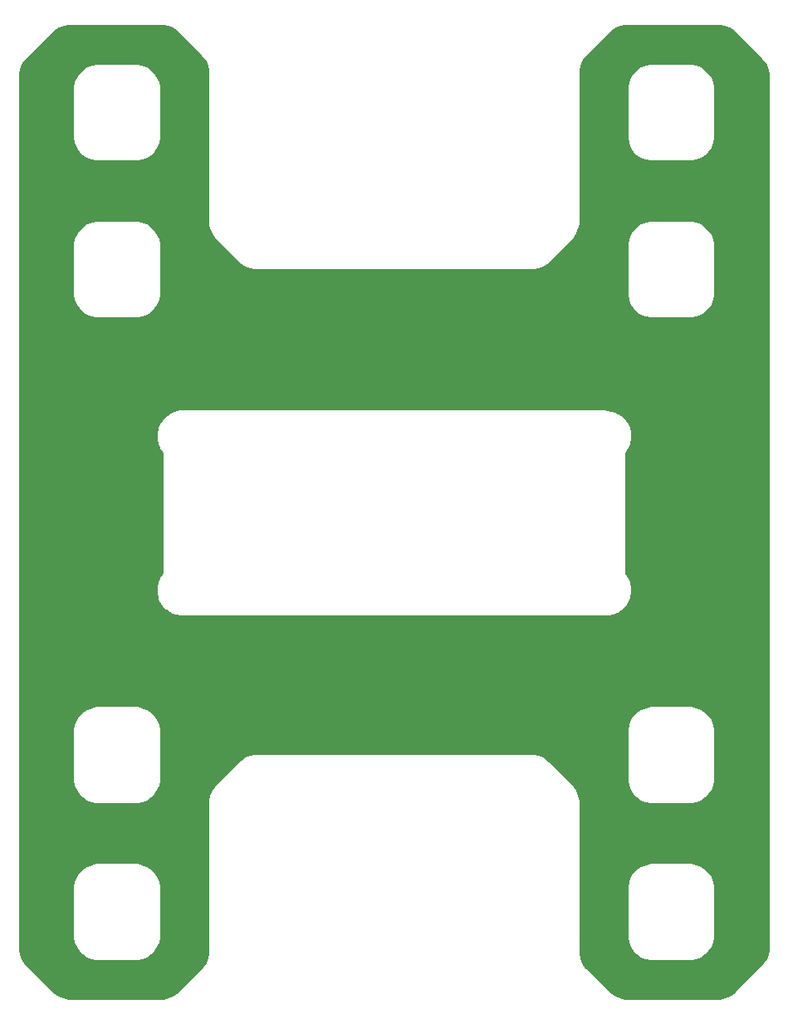
<source format=gto>
G04*
G04 #@! TF.GenerationSoftware,Altium Limited,Altium Designer,20.2.6 (244)*
G04*
G04 Layer_Color=65535*
%FSLAX44Y44*%
%MOMM*%
G71*
G04*
G04 #@! TF.SameCoordinates,16E07C71-212E-40B3-9EE3-4B1C9690829F*
G04*
G04*
G04 #@! TF.FilePolarity,Positive*
G04*
G01*
G75*
G36*
X1091394Y1028524D02*
X1096016Y1026609D01*
X1100176Y1023829D01*
X1101945Y1022060D01*
X1101945Y1022060D01*
X1129586Y994420D01*
X1131355Y992651D01*
X1134135Y988491D01*
X1136049Y983868D01*
X1137026Y978961D01*
Y976459D01*
Y88541D01*
Y86039D01*
X1136049Y81132D01*
X1134135Y76509D01*
X1131355Y72349D01*
X1129586Y70580D01*
X1129586D01*
X1129586Y70580D01*
X1101945Y42940D01*
X1100176Y41171D01*
X1096016Y38391D01*
X1091394Y36476D01*
X1086486Y35500D01*
X989545D01*
X984638Y36476D01*
X980015Y38391D01*
X975855Y41171D01*
X974086Y42940D01*
X950215Y66811D01*
X948446Y68580D01*
X945666Y72740D01*
X943752Y77362D01*
X942776Y82269D01*
Y84771D01*
Y236229D01*
X942653Y238719D01*
X941682Y243602D01*
X939776Y248202D01*
X937010Y252343D01*
X935336Y254189D01*
X935336Y254189D01*
X911965Y277561D01*
X910118Y279234D01*
X905978Y282001D01*
X901378Y283906D01*
X896494Y284878D01*
X894005Y285000D01*
X614271D01*
X611781Y284878D01*
X606898Y283906D01*
X602298Y282001D01*
X598157Y279234D01*
X596311Y277561D01*
X596311Y277561D01*
Y277561D01*
X572939Y254189D01*
X571265Y252342D01*
X568499Y248202D01*
X566594Y243602D01*
X565622Y238719D01*
X565500Y236229D01*
Y84771D01*
Y82269D01*
X564524Y77362D01*
X562609Y72740D01*
X559829Y68580D01*
X558060Y66810D01*
X558060D01*
X558060Y66810D01*
X534189Y42940D01*
X532421Y41171D01*
X528260Y38391D01*
X523638Y36476D01*
X518731Y35500D01*
X421789D01*
X416882Y36476D01*
X412259Y38391D01*
X408099Y41171D01*
X406330Y42940D01*
X378689Y70580D01*
X376921Y72349D01*
X374141Y76509D01*
X372226Y81132D01*
X371250Y86039D01*
Y88541D01*
Y976459D01*
Y978961D01*
X372226Y983868D01*
X374141Y988491D01*
X376921Y992651D01*
X378689Y994420D01*
Y994420D01*
X406330Y1022060D01*
X408099Y1023829D01*
X412259Y1026609D01*
X416882Y1028524D01*
X421789Y1029500D01*
X518731D01*
X523638Y1028524D01*
X528260Y1026609D01*
X532421Y1023829D01*
X534189Y1022060D01*
X534189Y1022060D01*
X558060Y998189D01*
X559829Y996421D01*
X562609Y992260D01*
X564524Y987638D01*
X565500Y982731D01*
Y980229D01*
Y828771D01*
X565622Y826281D01*
X566594Y821398D01*
X568499Y816798D01*
X571265Y812657D01*
X572939Y810810D01*
X596311Y787439D01*
X598158Y785766D01*
X602298Y782999D01*
X606898Y781094D01*
X611781Y780122D01*
X614271Y780000D01*
X894005D01*
X896494Y780122D01*
X901378Y781094D01*
X905978Y782999D01*
X910118Y785766D01*
X911965Y787439D01*
X911965D01*
X935336Y810810D01*
X937010Y812657D01*
X939776Y816798D01*
X941682Y821398D01*
X942653Y826281D01*
X942776Y828771D01*
Y980229D01*
Y982731D01*
X943752Y987638D01*
X945666Y992260D01*
X948446Y996421D01*
X950215Y998189D01*
Y998189D01*
X974086Y1022060D01*
X975855Y1023829D01*
X980015Y1026609D01*
X984638Y1028524D01*
X989545Y1029500D01*
X1086486D01*
X1091394Y1028524D01*
D02*
G37*
%LPC*%
G36*
X1057352Y988650D02*
X1015598D01*
X1010691Y987674D01*
X1006069Y985759D01*
X1001908Y982979D01*
X998371Y979442D01*
X995591Y975281D01*
X993676Y970659D01*
X992700Y965752D01*
Y963250D01*
Y942501D01*
X992670Y942471D01*
X992670D01*
Y916258D01*
Y913756D01*
X993646Y908849D01*
X995561Y904227D01*
X998340Y900066D01*
X1001878Y896528D01*
X1006038Y893749D01*
X1010661Y891834D01*
X1015568Y890858D01*
X1057352D01*
X1062259Y891834D01*
X1066881Y893749D01*
X1071041Y896528D01*
X1074579Y900066D01*
X1077359Y904227D01*
X1079274Y908849D01*
X1080250Y913756D01*
Y916258D01*
Y963250D01*
Y965752D01*
X1079274Y970659D01*
X1077359Y975281D01*
X1074579Y979442D01*
X1071041Y982979D01*
X1066881Y985759D01*
X1062259Y987674D01*
X1057352Y988650D01*
D02*
G37*
G36*
X492352D02*
X450598D01*
X445691Y987674D01*
X441069Y985759D01*
X436908Y982979D01*
X433371Y979442D01*
X430591Y975281D01*
X428676Y970659D01*
X427700Y965752D01*
Y963250D01*
Y942501D01*
X427670Y942471D01*
X427670D01*
Y916258D01*
Y913756D01*
X428646Y908849D01*
X430561Y904227D01*
X433340Y900066D01*
X436878Y896528D01*
X441038Y893749D01*
X445661Y891834D01*
X450568Y890858D01*
X492352D01*
X497259Y891834D01*
X501881Y893749D01*
X506041Y896528D01*
X509579Y900066D01*
X512359Y904227D01*
X514274Y908849D01*
X515250Y913756D01*
Y916258D01*
Y963250D01*
Y965752D01*
X514274Y970659D01*
X512359Y975281D01*
X509579Y979442D01*
X506041Y982979D01*
X501881Y985759D01*
X497259Y987674D01*
X492352Y988650D01*
D02*
G37*
G36*
X1057352Y828650D02*
X1015598D01*
X1010691Y827674D01*
X1006069Y825759D01*
X1001908Y822979D01*
X998371Y819442D01*
X995591Y815281D01*
X993676Y810659D01*
X992700Y805752D01*
Y803250D01*
Y782501D01*
X992670Y782471D01*
X992670D01*
Y756258D01*
Y753756D01*
X993646Y748849D01*
X995561Y744227D01*
X998340Y740066D01*
X1001878Y736528D01*
X1006038Y733749D01*
X1010661Y731834D01*
X1015568Y730858D01*
X1057352D01*
X1062259Y731834D01*
X1066881Y733749D01*
X1071041Y736528D01*
X1074579Y740066D01*
X1077359Y744227D01*
X1079274Y748849D01*
X1080250Y753756D01*
Y756258D01*
Y803250D01*
Y805752D01*
X1079274Y810659D01*
X1077359Y815281D01*
X1074579Y819442D01*
X1071041Y822979D01*
X1066881Y825759D01*
X1062259Y827674D01*
X1057352Y828650D01*
D02*
G37*
G36*
X492352D02*
X450598D01*
X445691Y827674D01*
X441069Y825759D01*
X436908Y822979D01*
X433371Y819442D01*
X430591Y815281D01*
X428676Y810659D01*
X427700Y805752D01*
Y803250D01*
Y782501D01*
X427670Y782471D01*
X427670D01*
Y756258D01*
Y753756D01*
X428646Y748849D01*
X430561Y744227D01*
X433340Y740066D01*
X436878Y736528D01*
X441038Y733749D01*
X445661Y731834D01*
X450568Y730858D01*
X492352D01*
X497259Y731834D01*
X501881Y733749D01*
X506041Y736528D01*
X509579Y740066D01*
X512359Y744227D01*
X514274Y748849D01*
X515250Y753756D01*
Y756258D01*
Y803250D01*
Y805752D01*
X514274Y810659D01*
X512359Y815281D01*
X509579Y819442D01*
X506041Y822979D01*
X501881Y825759D01*
X497259Y827674D01*
X492352Y828650D01*
D02*
G37*
G36*
X538752Y636094D02*
X538751Y636094D01*
X538750Y636094D01*
X536800D01*
X536209Y635977D01*
X535606D01*
X531782Y635216D01*
X531225Y634985D01*
X530634Y634868D01*
X527031Y633375D01*
X526530Y633041D01*
X525973Y632810D01*
X522730Y630643D01*
X522304Y630217D01*
X521803Y629882D01*
X520425Y628503D01*
X520424Y628503D01*
X519685Y627764D01*
X519685Y627764D01*
X518434Y626513D01*
X518099Y626012D01*
X517673Y625586D01*
X515708Y622644D01*
X515477Y622088D01*
X515142Y621586D01*
X513788Y618318D01*
X513671Y617727D01*
X513440Y617170D01*
X512750Y613700D01*
Y613098D01*
X512632Y612507D01*
Y607159D01*
X512750Y606568D01*
Y605966D01*
X513439Y602503D01*
X513669Y601946D01*
X513787Y601355D01*
X515138Y598093D01*
X515473Y597592D01*
X515703Y597035D01*
X517665Y594100D01*
X518091Y593674D01*
X518426Y593173D01*
X518750Y592849D01*
Y469913D01*
X518465Y469628D01*
X518130Y469127D01*
X517704Y468701D01*
X515723Y465736D01*
X515493Y465180D01*
X515158Y464679D01*
X513794Y461385D01*
X513676Y460794D01*
X513446Y460237D01*
X512750Y456741D01*
Y456138D01*
X512632Y455547D01*
Y450142D01*
X512750Y449551D01*
Y448948D01*
X513401Y445677D01*
X513631Y445120D01*
X513749Y444529D01*
X515025Y441447D01*
X515360Y440946D01*
X515591Y440389D01*
X517444Y437616D01*
X517870Y437190D01*
X518205Y436689D01*
X521009Y433884D01*
X521511Y433549D01*
X521936Y433123D01*
X525759Y430569D01*
X526315Y430339D01*
X526816Y430004D01*
X531063Y428245D01*
X531654Y428127D01*
X532211Y427897D01*
X536720Y427000D01*
X537322D01*
X537913Y426883D01*
X971568D01*
X972159Y427000D01*
X972762D01*
X976581Y427760D01*
X977138Y427990D01*
X977729Y428108D01*
X981326Y429598D01*
X981827Y429933D01*
X982384Y430163D01*
X985621Y432327D01*
X986048Y432753D01*
X986548Y433087D01*
X987925Y434464D01*
X987925Y434465D01*
X987926Y434465D01*
X987994Y434533D01*
X987994Y434533D01*
X989387Y435925D01*
X989721Y436427D01*
X990147Y436852D01*
X992336Y440128D01*
X992567Y440685D01*
X992901Y441186D01*
X994409Y444825D01*
X994526Y445416D01*
X994757Y445973D01*
X995526Y449837D01*
Y450439D01*
X995643Y451030D01*
Y454932D01*
X995526Y455523D01*
Y456125D01*
X994772Y459914D01*
X994541Y460471D01*
X994424Y461062D01*
X992945Y464631D01*
X992610Y465132D01*
X992380Y465689D01*
X990234Y468901D01*
X989808Y469327D01*
X989526Y469749D01*
Y593171D01*
X989766Y593531D01*
X990192Y593957D01*
X992359Y597200D01*
X992589Y597756D01*
X992924Y598257D01*
X994417Y601860D01*
X994534Y602451D01*
X994765Y603008D01*
X995526Y606833D01*
Y607436D01*
X995643Y608027D01*
Y613344D01*
X995526Y613935D01*
Y614538D01*
X994948Y617444D01*
X994717Y618001D01*
X994599Y618592D01*
X993465Y621329D01*
X993131Y621830D01*
X992900Y622387D01*
X991254Y624851D01*
X990828Y625277D01*
X990493Y625778D01*
X989445Y626826D01*
X989445Y626826D01*
X987688Y628583D01*
X987187Y628918D01*
X986761Y629344D01*
X982628Y632105D01*
X982072Y632336D01*
X981571Y632670D01*
X976979Y634572D01*
X976388Y634690D01*
X975831Y634921D01*
X970956Y635890D01*
X970354D01*
X969763Y636008D01*
X754140D01*
X538752Y636094D01*
D02*
G37*
G36*
X1057352Y333650D02*
X1015598D01*
X1010691Y332674D01*
X1006069Y330759D01*
X1001908Y327979D01*
X998371Y324441D01*
X995591Y320281D01*
X993676Y315659D01*
X992700Y310752D01*
Y308250D01*
Y287501D01*
X992670Y287471D01*
X992670D01*
Y261258D01*
Y258756D01*
X993646Y253849D01*
X995561Y249226D01*
X998340Y245066D01*
X1001878Y241528D01*
X1006038Y238749D01*
X1010661Y236834D01*
X1015568Y235858D01*
X1057352D01*
X1062259Y236834D01*
X1066881Y238749D01*
X1071041Y241528D01*
X1074579Y245066D01*
X1077359Y249226D01*
X1079274Y253849D01*
X1080250Y258756D01*
Y261258D01*
Y308250D01*
Y310752D01*
X1079274Y315659D01*
X1077359Y320281D01*
X1074579Y324441D01*
X1071041Y327979D01*
X1066881Y330759D01*
X1062259Y332674D01*
X1057352Y333650D01*
D02*
G37*
G36*
X492352D02*
X450598D01*
X445691Y332674D01*
X441069Y330759D01*
X436908Y327979D01*
X433371Y324441D01*
X430591Y320281D01*
X428676Y315659D01*
X427700Y310752D01*
Y308250D01*
Y287501D01*
X427670Y287471D01*
X427670D01*
Y261258D01*
Y258756D01*
X428646Y253849D01*
X430561Y249226D01*
X433340Y245066D01*
X436878Y241528D01*
X441038Y238749D01*
X445661Y236834D01*
X450568Y235858D01*
X492352D01*
X497259Y236834D01*
X501881Y238749D01*
X506041Y241528D01*
X509579Y245066D01*
X512359Y249226D01*
X514274Y253849D01*
X515250Y258756D01*
Y261258D01*
Y308250D01*
Y310752D01*
X514274Y315659D01*
X512359Y320281D01*
X509579Y324441D01*
X506041Y327979D01*
X501881Y330759D01*
X497259Y332674D01*
X492352Y333650D01*
D02*
G37*
G36*
X1057352Y173650D02*
X1015598D01*
X1010691Y172674D01*
X1006069Y170759D01*
X1001908Y167979D01*
X998371Y164442D01*
X995591Y160281D01*
X993676Y155659D01*
X992700Y150752D01*
Y148250D01*
Y127501D01*
X992670Y127471D01*
X992670D01*
Y101258D01*
Y98756D01*
X993646Y93849D01*
X995561Y89227D01*
X998340Y85066D01*
X1001878Y81529D01*
X1006038Y78749D01*
X1010661Y76834D01*
X1015568Y75858D01*
X1057352D01*
X1062259Y76834D01*
X1066881Y78749D01*
X1071041Y81529D01*
X1074579Y85066D01*
X1077359Y89227D01*
X1079274Y93849D01*
X1080250Y98756D01*
Y101258D01*
Y148250D01*
Y150752D01*
X1079274Y155659D01*
X1077359Y160281D01*
X1074579Y164442D01*
X1071041Y167979D01*
X1066881Y170759D01*
X1062259Y172674D01*
X1057352Y173650D01*
D02*
G37*
G36*
X492352D02*
X450598D01*
X445691Y172674D01*
X441069Y170759D01*
X436908Y167979D01*
X433371Y164442D01*
X430591Y160281D01*
X428676Y155659D01*
X427700Y150752D01*
Y148250D01*
Y127501D01*
X427670Y127471D01*
X427670D01*
Y101258D01*
Y98756D01*
X428646Y93849D01*
X430561Y89227D01*
X433340Y85066D01*
X436878Y81529D01*
X441038Y78749D01*
X445661Y76834D01*
X450568Y75858D01*
X492352D01*
X497259Y76834D01*
X501881Y78749D01*
X506041Y81529D01*
X509579Y85066D01*
X512359Y89227D01*
X514274Y93849D01*
X515250Y98756D01*
Y101258D01*
Y148250D01*
Y150752D01*
X514274Y155659D01*
X512359Y160281D01*
X509579Y164442D01*
X506041Y167979D01*
X501881Y170759D01*
X497259Y172674D01*
X492352Y173650D01*
D02*
G37*
%LPD*%
M02*

</source>
